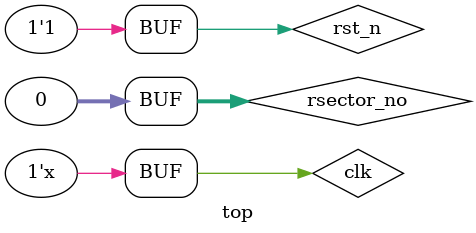
<source format=sv>
`timescale 1ns/1ns

module top();

logic clk=1'b1, rst_n=1'b0;
always  #2 clk=~clk;
initial #8 rst_n=1'b1;

logic [1:0] card_type;
logic [3:0] card_stat;

logic sdclk;
logic sdcmd;
logic [3:0] sddat;

logic       sdcmdoe_host , sdcmdoe_card ;
logic       sdcmdout_host, sdcmdout_card;
logic       sddatoe_host , sddatoe_card ;
logic [3:0] sddatout_host, sddatout_card;

assign sdcmd   = sdcmdoe_host ? sdcmdout_host : (sdcmdoe_card ? sdcmdout_card : 1'b1);
assign sddat   = sddatoe_host ? sddatout_host : (sddatoe_card ? sddatout_card : 4'hf);

logic rstart=1'b1, rdone;
logic [31:0] rsector_no = 0;

logic outreq;
logic [ 8:0] outaddr;
logic [ 7:0] outbyte;

SDReader  #(
    .SIMULATION ( 1 )
) SDReader_inst(  // a host to read fake SDcard
    .clk,
    .rst_n,
    
    .sdclk,
    .sdcmdoe       ( sdcmdoe_host    ),
    .sdcmdout      ( sdcmdout_host   ),
    .sdcmdin       ( sdcmd           ),
    .sddatoe       ( sddatoe_host    ),
    .sddatout      ( sddatout_host   ),
    .sddatin       ( sddat           ),
    
    .card_type,
    .card_stat,
    .rstart,
    .rsector_no,
    .rdone,
    
    .outreq,
    .outaddr,
    .outbyte
);

always @ (posedge clk or negedge rst_n)
    if(~rst_n)
        rstart = 1'b1;
    else begin
        if(rdone)
            rstart = 1'b0;
    end


logic rdclk;
logic [63:0] rdaddr;
logic [ 7:0] rddata;

SDFake sd_fake_inst(   // a synthesisable fake SDcard
    .rst_n,
    
    .sdclk,
    .sdcmdoe   ( sdcmdoe_card    ),
    .sdcmdout  ( sdcmdout_card   ),
    .sdcmdin   ( sdcmd           ),
    
    .sddatoe   ( sddatoe_card    ),
    .sddatout  ( sddatout_card   ),
    .sddatin   ( sddat           ),
    
    .rdclk  ,
    .rdaddr ,
    .rddata ,
    
    .debugled  (                 )
);

always @ (posedge rdclk)  rddata = rdaddr[7:0];  // make a fake sdcard content

endmodule

</source>
